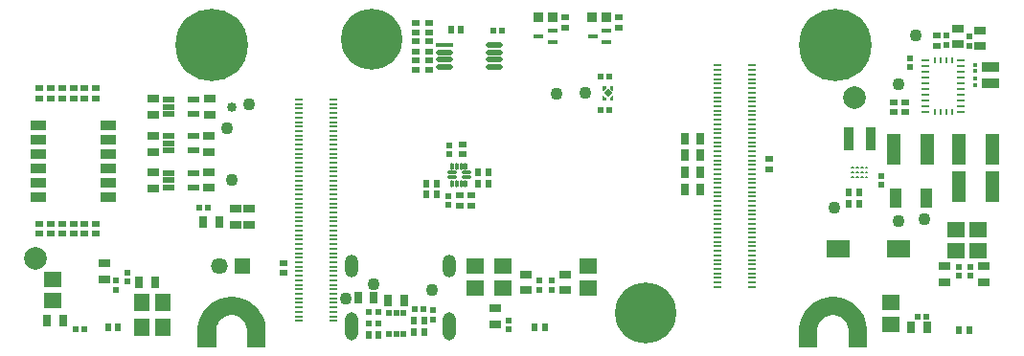
<source format=gts>
G04*
G04 #@! TF.GenerationSoftware,Altium Limited,Altium Designer,21.7.2 (23)*
G04*
G04 Layer_Color=8388736*
%FSLAX44Y44*%
%MOMM*%
G71*
G04*
G04 #@! TF.SameCoordinates,7C38C3A3-C4E6-443E-8540-10D383AE158C*
G04*
G04*
G04 #@! TF.FilePolarity,Negative*
G04*
G01*
G75*
%ADD23R,0.6750X0.2500*%
%ADD24R,0.2500X0.5750*%
%ADD31R,0.1500X0.1500*%
%ADD33R,0.1500X0.1500*%
%ADD46C,0.1650*%
%ADD47R,0.8016X0.2816*%
%ADD48R,0.6516X0.5516*%
%ADD49R,1.0000X0.5000*%
%ADD50R,0.6216X0.6216*%
%ADD51R,1.0016X0.8016*%
%ADD52R,0.4216X0.4616*%
%ADD53R,1.2516X2.8016*%
%ADD54R,0.9016X2.1016*%
%ADD55R,0.5516X0.6516*%
%ADD56R,1.6016X1.4016*%
%ADD57R,0.6216X0.6216*%
%ADD58R,0.8016X1.0016*%
%ADD59P,0.8202X4X360.0*%
%ADD60R,0.9016X0.9016*%
%ADD61O,1.5000X0.4500*%
%ADD62R,1.5000X0.4500*%
G04:AMPARAMS|DCode=63|XSize=0.3mm|YSize=0.6mm|CornerRadius=0.1mm|HoleSize=0mm|Usage=FLASHONLY|Rotation=0.000|XOffset=0mm|YOffset=0mm|HoleType=Round|Shape=RoundedRectangle|*
%AMROUNDEDRECTD63*
21,1,0.3000,0.4000,0,0,0.0*
21,1,0.1000,0.6000,0,0,0.0*
1,1,0.2000,0.0500,-0.2000*
1,1,0.2000,-0.0500,-0.2000*
1,1,0.2000,-0.0500,0.2000*
1,1,0.2000,0.0500,0.2000*
%
%ADD63ROUNDEDRECTD63*%
G04:AMPARAMS|DCode=64|XSize=0.3mm|YSize=0.8mm|CornerRadius=0.1mm|HoleSize=0mm|Usage=FLASHONLY|Rotation=270.000|XOffset=0mm|YOffset=0mm|HoleType=Round|Shape=RoundedRectangle|*
%AMROUNDEDRECTD64*
21,1,0.3000,0.6000,0,0,270.0*
21,1,0.1000,0.8000,0,0,270.0*
1,1,0.2000,-0.3000,-0.0500*
1,1,0.2000,-0.3000,0.0500*
1,1,0.2000,0.3000,0.0500*
1,1,0.2000,0.3000,-0.0500*
%
%ADD64ROUNDEDRECTD64*%
%ADD65R,0.5016X0.6016*%
%ADD66C,1.1016*%
%ADD67C,0.8516*%
%ADD68R,1.5016X0.8516*%
%ADD69R,1.4016X1.6016*%
%ADD70R,1.0516X1.8016*%
%ADD71R,1.3516X0.8616*%
%ADD72R,2.1016X1.6016*%
%ADD73R,0.8116X0.4016*%
%ADD74C,2.0000*%
%ADD75O,1.2000X2.0000*%
%ADD76O,1.2000X2.5000*%
%ADD77C,5.4000*%
%ADD78C,1.4696*%
%ADD79R,1.4696X1.4696*%
%ADD80C,6.4016*%
%ADD81C,0.6080*%
G36*
X531898Y231593D02*
X531992Y231564D01*
X532079Y231518D01*
X532155Y231455D01*
X532218Y231379D01*
X532264Y231292D01*
X532293Y231198D01*
X532302Y231100D01*
Y227500D01*
X532293Y227402D01*
X532264Y227308D01*
X532218Y227221D01*
X532155Y227145D01*
X532079Y227082D01*
X531992Y227036D01*
X531898Y227007D01*
X531800Y226998D01*
X531500D01*
X531500Y226998D01*
X531411Y227006D01*
X531402Y227007D01*
X531308Y227036D01*
X531221Y227082D01*
X531179Y227117D01*
X531145Y227145D01*
X531145Y227145D01*
X529345Y228945D01*
X529282Y229021D01*
X529236Y229108D01*
X529229Y229130D01*
X529207Y229202D01*
X529202Y229251D01*
X529198Y229300D01*
X529198Y229300D01*
Y231100D01*
X529207Y231198D01*
X529236Y231292D01*
X529282Y231379D01*
X529345Y231455D01*
X529421Y231518D01*
X529508Y231564D01*
X529602Y231593D01*
X529700Y231602D01*
X531800D01*
X531898Y231593D01*
D02*
G37*
G36*
X525398D02*
X525492Y231564D01*
X525579Y231518D01*
X525655Y231455D01*
X525718Y231379D01*
X525764Y231292D01*
X525793Y231198D01*
X525802Y231100D01*
Y229300D01*
X525802Y229300D01*
X525798Y229251D01*
X525793Y229202D01*
X525771Y229130D01*
X525764Y229108D01*
X525718Y229021D01*
X525655Y228945D01*
X523855Y227145D01*
X523855Y227145D01*
X523821Y227117D01*
X523779Y227082D01*
X523692Y227036D01*
X523598Y227007D01*
X523589Y227006D01*
X523500Y226998D01*
X523500Y226998D01*
X523200D01*
X523102Y227007D01*
X523008Y227036D01*
X522921Y227082D01*
X522845Y227145D01*
X522782Y227221D01*
X522736Y227308D01*
X522707Y227402D01*
X522698Y227500D01*
Y231100D01*
X522707Y231198D01*
X522736Y231292D01*
X522782Y231379D01*
X522845Y231455D01*
X522921Y231518D01*
X523008Y231564D01*
X523102Y231593D01*
X523200Y231602D01*
X525300D01*
X525398Y231593D01*
D02*
G37*
G36*
X531898Y222993D02*
X531992Y222964D01*
X532079Y222918D01*
X532155Y222855D01*
X532218Y222779D01*
X532264Y222692D01*
X532293Y222598D01*
X532302Y222500D01*
Y218900D01*
X532293Y218802D01*
X532264Y218708D01*
X532218Y218621D01*
X532155Y218545D01*
X532079Y218482D01*
X531992Y218436D01*
X531898Y218407D01*
X531800Y218398D01*
X529700D01*
X529602Y218407D01*
X529508Y218436D01*
X529421Y218482D01*
X529345Y218545D01*
X529282Y218621D01*
X529236Y218708D01*
X529207Y218802D01*
X529198Y218900D01*
Y220700D01*
X529198Y220700D01*
X529202Y220749D01*
X529207Y220798D01*
X529229Y220870D01*
X529236Y220892D01*
X529282Y220979D01*
X529314Y221017D01*
X529345Y221055D01*
X529345Y221055D01*
X531145Y222855D01*
X531145Y222855D01*
X531221Y222918D01*
X531308Y222964D01*
X531330Y222971D01*
X531402Y222993D01*
X531500Y223002D01*
X531800D01*
X531898Y222993D01*
D02*
G37*
G36*
X523598D02*
X523670Y222971D01*
X523692Y222964D01*
X523779Y222918D01*
X523855Y222855D01*
X523855Y222855D01*
X525655Y221055D01*
X525655Y221055D01*
X525686Y221017D01*
X525718Y220979D01*
X525764Y220892D01*
X525771Y220870D01*
X525793Y220798D01*
X525798Y220749D01*
X525802Y220700D01*
X525802Y220700D01*
Y218900D01*
X525793Y218802D01*
X525764Y218708D01*
X525718Y218621D01*
X525655Y218545D01*
X525579Y218482D01*
X525492Y218436D01*
X525398Y218407D01*
X525300Y218398D01*
X523200D01*
X523102Y218407D01*
X523008Y218436D01*
X522921Y218482D01*
X522845Y218545D01*
X522782Y218621D01*
X522736Y218708D01*
X522707Y218802D01*
X522697Y218900D01*
Y222500D01*
X522707Y222598D01*
X522736Y222692D01*
X522782Y222779D01*
X522845Y222855D01*
X522921Y222918D01*
X523008Y222964D01*
X523102Y222993D01*
X523200Y223002D01*
X523500D01*
X523598Y222993D01*
D02*
G37*
G36*
X732388Y44487D02*
X736183Y43470D01*
X739813Y41967D01*
X743215Y40002D01*
X746332Y37610D01*
X749110Y34832D01*
X751502Y31715D01*
X753467Y28313D01*
X754970Y24683D01*
X755987Y20888D01*
X756500Y16992D01*
Y15028D01*
Y0D01*
X740250D01*
Y15000D01*
X740184Y16348D01*
X739658Y18991D01*
X738626Y21482D01*
X737129Y23723D01*
X735223Y25629D01*
X732982Y27126D01*
X730491Y28158D01*
X727848Y28684D01*
X726500Y28750D01*
X726500D01*
X725152Y28684D01*
X722508Y28158D01*
X720018Y27126D01*
X717777Y25629D01*
X715871Y23723D01*
X714374Y21482D01*
X713342Y18991D01*
X712816Y16348D01*
X712750Y15000D01*
Y0D01*
X696500D01*
Y15028D01*
Y16992D01*
X697013Y20888D01*
X698030Y24683D01*
X699533Y28313D01*
X701498Y31715D01*
X703889Y34832D01*
X706668Y37610D01*
X709785Y40002D01*
X713187Y41967D01*
X716817Y43470D01*
X720612Y44487D01*
X724508Y45000D01*
X728493D01*
X732388Y44487D01*
D02*
G37*
G36*
X200888D02*
X204683Y43470D01*
X208313Y41967D01*
X211715Y40002D01*
X214832Y37610D01*
X217610Y34832D01*
X220002Y31715D01*
X221967Y28313D01*
X223470Y24683D01*
X224487Y20888D01*
X225000Y16992D01*
Y15028D01*
Y0D01*
X208750D01*
Y15000D01*
X208684Y16348D01*
X208158Y18991D01*
X207126Y21482D01*
X205629Y23723D01*
X203723Y25629D01*
X201482Y27126D01*
X198991Y28158D01*
X196348Y28684D01*
X195000Y28750D01*
X195000D01*
X193652Y28684D01*
X191009Y28158D01*
X188518Y27126D01*
X186277Y25629D01*
X184371Y23723D01*
X182874Y21482D01*
X181842Y18991D01*
X181316Y16348D01*
X181250Y15000D01*
Y0D01*
X165000D01*
Y15028D01*
Y16992D01*
X165513Y20888D01*
X166530Y24683D01*
X168033Y28313D01*
X169998Y31715D01*
X172390Y34832D01*
X175168Y37610D01*
X178285Y40002D01*
X181687Y41967D01*
X185317Y43470D01*
X189112Y44487D01*
X193008Y45000D01*
X196992D01*
X200888Y44487D01*
D02*
G37*
D23*
X839602Y253743D02*
D03*
Y208743D02*
D03*
Y213743D02*
D03*
Y218743D02*
D03*
Y223743D02*
D03*
Y228743D02*
D03*
Y238743D02*
D03*
Y243743D02*
D03*
X808352Y253743D02*
D03*
Y248743D02*
D03*
Y243743D02*
D03*
Y238743D02*
D03*
Y228743D02*
D03*
Y223743D02*
D03*
Y218743D02*
D03*
Y213743D02*
D03*
Y208743D02*
D03*
X839602Y248743D02*
D03*
Y233743D02*
D03*
X808352D02*
D03*
D24*
X816477Y208118D02*
D03*
X821477D02*
D03*
X826477D02*
D03*
X831477D02*
D03*
X821477Y254368D02*
D03*
X816477D02*
D03*
X826477D02*
D03*
X831477D02*
D03*
D31*
X524200Y230100D02*
D03*
Y219900D02*
D03*
X530800Y230100D02*
D03*
D33*
Y219900D02*
D03*
D46*
X744825Y155000D02*
X743175D01*
X744825D01*
X748825D02*
X747175D01*
X748825D01*
X752825D02*
X751175D01*
X752825D01*
X756825D02*
X755175D01*
X756825D01*
X744825Y151000D02*
X743175D01*
X744825D01*
X748825D02*
X747175D01*
X748825D01*
X752825D02*
X751175D01*
X752825D01*
X756825D02*
X755175D01*
X756825D01*
X744825Y159000D02*
X743175D01*
X744825D01*
X748825D02*
X747175D01*
X748825D01*
X752825D02*
X751175D01*
X752825D01*
X756825D02*
X755175D01*
X756825D01*
D47*
X654950Y121500D02*
D03*
Y249500D02*
D03*
X624150D02*
D03*
X654950Y245500D02*
D03*
X624150D02*
D03*
X654950Y241500D02*
D03*
X624150D02*
D03*
X654950Y237500D02*
D03*
X624150D02*
D03*
X654950Y233500D02*
D03*
X624150D02*
D03*
X654950Y229500D02*
D03*
X624150D02*
D03*
X654950Y225500D02*
D03*
X624150D02*
D03*
X654950Y221500D02*
D03*
X624150D02*
D03*
X654950Y217500D02*
D03*
X624150D02*
D03*
X654950Y213500D02*
D03*
X624150D02*
D03*
X654950Y209500D02*
D03*
X624150D02*
D03*
X654950Y205500D02*
D03*
X624150D02*
D03*
Y201500D02*
D03*
X654950D02*
D03*
Y197500D02*
D03*
X624150D02*
D03*
X654950Y193500D02*
D03*
X624150D02*
D03*
X654950Y189500D02*
D03*
X624150D02*
D03*
X654950Y185500D02*
D03*
X624150D02*
D03*
Y181500D02*
D03*
X654950D02*
D03*
Y177500D02*
D03*
X624150D02*
D03*
Y173500D02*
D03*
X654950D02*
D03*
X624150Y169500D02*
D03*
X654950D02*
D03*
X624150Y165500D02*
D03*
X654950D02*
D03*
X624150Y161500D02*
D03*
X654950D02*
D03*
X624150Y157500D02*
D03*
X654950D02*
D03*
Y153500D02*
D03*
X624150D02*
D03*
Y149500D02*
D03*
X654950D02*
D03*
X624150Y145500D02*
D03*
X654950D02*
D03*
X624150Y141500D02*
D03*
X654950D02*
D03*
X624150Y137500D02*
D03*
X654950D02*
D03*
Y133500D02*
D03*
X624150D02*
D03*
Y129500D02*
D03*
X654950D02*
D03*
Y125500D02*
D03*
X624150D02*
D03*
Y121500D02*
D03*
X654950Y117500D02*
D03*
X624150D02*
D03*
Y113500D02*
D03*
X654950D02*
D03*
Y109500D02*
D03*
X624150D02*
D03*
X654950Y105500D02*
D03*
X624150D02*
D03*
Y101500D02*
D03*
X654950D02*
D03*
Y97500D02*
D03*
X624150D02*
D03*
X654950Y93500D02*
D03*
X624150D02*
D03*
Y89500D02*
D03*
X654950D02*
D03*
Y85500D02*
D03*
X624150D02*
D03*
X654950Y81500D02*
D03*
X624150D02*
D03*
X654950Y77500D02*
D03*
X624150D02*
D03*
X654950Y73500D02*
D03*
X624150D02*
D03*
X654950Y69500D02*
D03*
X624150D02*
D03*
X654950Y65500D02*
D03*
X624150D02*
D03*
Y61500D02*
D03*
X654950D02*
D03*
Y57500D02*
D03*
X624150D02*
D03*
X654950Y53500D02*
D03*
X624150D02*
D03*
X254200Y23500D02*
D03*
X285000D02*
D03*
X254200Y27500D02*
D03*
X285000D02*
D03*
Y31500D02*
D03*
X254200D02*
D03*
Y35500D02*
D03*
X285000D02*
D03*
X254200Y39500D02*
D03*
X285000D02*
D03*
X254200Y43500D02*
D03*
X285000D02*
D03*
X254200Y47500D02*
D03*
X285000D02*
D03*
X254200Y51500D02*
D03*
X285000D02*
D03*
X254200Y55500D02*
D03*
X285000D02*
D03*
Y59500D02*
D03*
X254200D02*
D03*
Y63500D02*
D03*
X285000D02*
D03*
X254200Y67500D02*
D03*
X285000D02*
D03*
Y71500D02*
D03*
X254200D02*
D03*
Y75500D02*
D03*
X285000D02*
D03*
X254200Y79500D02*
D03*
X285000D02*
D03*
Y83500D02*
D03*
X254200D02*
D03*
Y87500D02*
D03*
X285000D02*
D03*
X254200Y91500D02*
D03*
X285000D02*
D03*
X254200Y95500D02*
D03*
X285000D02*
D03*
Y99500D02*
D03*
X254200D02*
D03*
Y103500D02*
D03*
X285000D02*
D03*
Y107500D02*
D03*
X254200D02*
D03*
X285000Y111500D02*
D03*
X254200D02*
D03*
X285000Y115500D02*
D03*
X254200D02*
D03*
X285000Y119500D02*
D03*
X254200D02*
D03*
Y123500D02*
D03*
X285000D02*
D03*
Y127500D02*
D03*
X254200D02*
D03*
X285000Y131500D02*
D03*
X254200D02*
D03*
X285000Y135500D02*
D03*
X254200D02*
D03*
X285000Y139500D02*
D03*
X254200D02*
D03*
X285000Y143500D02*
D03*
X254200D02*
D03*
Y147500D02*
D03*
X285000D02*
D03*
Y151500D02*
D03*
X254200D02*
D03*
Y155500D02*
D03*
X285000D02*
D03*
X254200Y159500D02*
D03*
X285000D02*
D03*
X254200Y163500D02*
D03*
X285000D02*
D03*
X254200Y167500D02*
D03*
X285000D02*
D03*
Y171500D02*
D03*
X254200D02*
D03*
Y175500D02*
D03*
X285000D02*
D03*
X254200Y179500D02*
D03*
X285000D02*
D03*
X254200Y183500D02*
D03*
X285000D02*
D03*
X254200Y187500D02*
D03*
X285000D02*
D03*
X254200Y191500D02*
D03*
X285000D02*
D03*
X254200Y195500D02*
D03*
X285000D02*
D03*
X254200Y199500D02*
D03*
X285000D02*
D03*
X254200Y203500D02*
D03*
X285000D02*
D03*
X254200Y207500D02*
D03*
X285000D02*
D03*
X254200Y211500D02*
D03*
X285000D02*
D03*
X254200Y215500D02*
D03*
X285000D02*
D03*
X254200Y219500D02*
D03*
X285000D02*
D03*
D48*
X357750Y245250D02*
D03*
Y254250D02*
D03*
Y270750D02*
D03*
Y261750D02*
D03*
Y287500D02*
D03*
Y278500D02*
D03*
X369500Y254250D02*
D03*
Y245250D02*
D03*
Y262000D02*
D03*
Y271000D02*
D03*
Y278500D02*
D03*
Y287500D02*
D03*
X780000Y208000D02*
D03*
Y217000D02*
D03*
X790000Y208000D02*
D03*
Y217000D02*
D03*
X818322Y267171D02*
D03*
Y276171D02*
D03*
X537500Y292000D02*
D03*
Y283000D02*
D03*
X490000Y292000D02*
D03*
Y283000D02*
D03*
X399000Y170750D02*
D03*
Y179750D02*
D03*
X396500Y134750D02*
D03*
Y125750D02*
D03*
X406500Y134750D02*
D03*
Y125750D02*
D03*
X240750Y74750D02*
D03*
Y65750D02*
D03*
X75000Y109500D02*
D03*
Y100500D02*
D03*
Y220500D02*
D03*
Y229500D02*
D03*
X65000Y220500D02*
D03*
Y229500D02*
D03*
X55000Y220500D02*
D03*
Y229500D02*
D03*
X45000Y220500D02*
D03*
Y229500D02*
D03*
X35000Y220500D02*
D03*
Y229500D02*
D03*
X25000Y220500D02*
D03*
Y229500D02*
D03*
X65000Y109500D02*
D03*
Y100500D02*
D03*
X55000Y109500D02*
D03*
Y100500D02*
D03*
X45000D02*
D03*
Y109500D02*
D03*
X35000Y100500D02*
D03*
Y109500D02*
D03*
X25000Y100500D02*
D03*
Y109500D02*
D03*
X670000Y167000D02*
D03*
Y158000D02*
D03*
D49*
X139143Y147962D02*
D03*
Y154462D02*
D03*
Y141462D02*
D03*
X161143Y154462D02*
D03*
Y141462D02*
D03*
X139500Y213000D02*
D03*
Y219500D02*
D03*
X161500D02*
D03*
X139500Y206500D02*
D03*
X161500D02*
D03*
X160999Y174250D02*
D03*
Y187250D02*
D03*
X138999Y174250D02*
D03*
Y187250D02*
D03*
Y180750D02*
D03*
D50*
X794801Y247935D02*
D03*
Y255935D02*
D03*
X826727Y267793D02*
D03*
Y275793D02*
D03*
X846750Y267000D02*
D03*
Y275000D02*
D03*
X769000Y143750D02*
D03*
Y151750D02*
D03*
X837500Y71500D02*
D03*
Y63500D02*
D03*
X847500Y71500D02*
D03*
Y63500D02*
D03*
X387500Y171000D02*
D03*
Y179000D02*
D03*
X386500Y134250D02*
D03*
Y126250D02*
D03*
X477500Y59000D02*
D03*
Y51000D02*
D03*
X467000Y59000D02*
D03*
Y51000D02*
D03*
X373000Y32750D02*
D03*
Y24750D02*
D03*
X92500Y59000D02*
D03*
Y51000D02*
D03*
X102500Y66500D02*
D03*
Y58500D02*
D03*
X440000Y24000D02*
D03*
Y16000D02*
D03*
D51*
X836727Y268293D02*
D03*
Y282293D02*
D03*
X856750Y266500D02*
D03*
Y280500D02*
D03*
X825000Y72000D02*
D03*
Y58000D02*
D03*
X860000Y72000D02*
D03*
Y58000D02*
D03*
X490000Y64500D02*
D03*
Y50500D02*
D03*
X455000Y64500D02*
D03*
Y50500D02*
D03*
X427500Y34500D02*
D03*
Y20500D02*
D03*
X125500Y220000D02*
D03*
Y206000D02*
D03*
X175500Y220000D02*
D03*
Y206000D02*
D03*
X125892Y186889D02*
D03*
Y172889D02*
D03*
X125893Y154962D02*
D03*
Y140962D02*
D03*
X174874Y155312D02*
D03*
Y141312D02*
D03*
X210443Y122500D02*
D03*
Y108500D02*
D03*
X198705Y122473D02*
D03*
Y108473D02*
D03*
X82500Y74500D02*
D03*
Y60500D02*
D03*
X174643Y187252D02*
D03*
Y173252D02*
D03*
D52*
X852348Y244700D02*
D03*
Y250300D02*
D03*
X852283Y237899D02*
D03*
Y232299D02*
D03*
D53*
X837500Y142500D02*
D03*
X867500D02*
D03*
X837500Y175000D02*
D03*
X867500D02*
D03*
X810000D02*
D03*
X780000D02*
D03*
D54*
X760000Y185000D02*
D03*
X740000D02*
D03*
D55*
X749500Y137500D02*
D03*
X740500D02*
D03*
X847000Y15000D02*
D03*
X838000D02*
D03*
X388653Y281132D02*
D03*
X397653D02*
D03*
X413000Y155000D02*
D03*
X422000D02*
D03*
X413000Y145000D02*
D03*
X422000D02*
D03*
X472000Y17500D02*
D03*
X463000D02*
D03*
X356000Y13750D02*
D03*
X365000D02*
D03*
X365000Y23750D02*
D03*
X356000D02*
D03*
X94500Y17500D02*
D03*
X85500D02*
D03*
X376000Y145250D02*
D03*
X367000D02*
D03*
X325000Y11250D02*
D03*
X316000D02*
D03*
X376000Y135250D02*
D03*
X367000D02*
D03*
X740500Y127500D02*
D03*
X749500D02*
D03*
D56*
X855000Y104500D02*
D03*
Y85500D02*
D03*
X777500Y39500D02*
D03*
Y20500D02*
D03*
X510000Y72000D02*
D03*
Y53000D02*
D03*
X410000Y72000D02*
D03*
Y53000D02*
D03*
X435000Y72000D02*
D03*
Y53000D02*
D03*
X36750Y60500D02*
D03*
Y41500D02*
D03*
X835000Y104500D02*
D03*
Y85500D02*
D03*
D57*
X801000Y27500D02*
D03*
X809000D02*
D03*
X521000Y240000D02*
D03*
X529000D02*
D03*
X356500Y33750D02*
D03*
X364500D02*
D03*
X324500Y21250D02*
D03*
X316500D02*
D03*
X324500Y31250D02*
D03*
X316500D02*
D03*
X166250Y123500D02*
D03*
X174250D02*
D03*
X56750Y16500D02*
D03*
X64750D02*
D03*
X521000Y210000D02*
D03*
X529000D02*
D03*
X426000Y280000D02*
D03*
X434000D02*
D03*
D58*
X609500Y140000D02*
D03*
X595500D02*
D03*
X609500Y155000D02*
D03*
X595500D02*
D03*
X595500Y170000D02*
D03*
X609500D02*
D03*
X595500Y185000D02*
D03*
X609500D02*
D03*
X333500Y41250D02*
D03*
X347500D02*
D03*
X320750Y44500D02*
D03*
X306750D02*
D03*
X31750Y23500D02*
D03*
X45750D02*
D03*
X127000Y57500D02*
D03*
X113000D02*
D03*
X795500Y17500D02*
D03*
X809500D02*
D03*
X170000Y111250D02*
D03*
X184000D02*
D03*
D59*
X527500Y225000D02*
D03*
D60*
X526250Y292500D02*
D03*
X513750D02*
D03*
X478750D02*
D03*
X466250D02*
D03*
D61*
X427250Y248250D02*
D03*
Y254750D02*
D03*
Y261250D02*
D03*
Y267750D02*
D03*
X383250Y248250D02*
D03*
Y254750D02*
D03*
Y261250D02*
D03*
D62*
Y267750D02*
D03*
D63*
X394000Y160250D02*
D03*
X402000D02*
D03*
Y145250D02*
D03*
X398000D02*
D03*
X394000D02*
D03*
X390000D02*
D03*
Y160250D02*
D03*
X398000D02*
D03*
D64*
X402500Y154749D02*
D03*
Y150749D02*
D03*
X389500D02*
D03*
Y154749D02*
D03*
D65*
X334000Y11750D02*
D03*
X340500D02*
D03*
Y30750D02*
D03*
X334000D02*
D03*
X347000Y11750D02*
D03*
Y30750D02*
D03*
D66*
X195500Y148000D02*
D03*
X190500Y194000D02*
D03*
X727750Y123500D02*
D03*
X783997Y233253D02*
D03*
X799250Y276000D02*
D03*
X481750Y224500D02*
D03*
X784750Y112000D02*
D03*
X210750Y215500D02*
D03*
X372000Y51250D02*
D03*
X507500Y225000D02*
D03*
X807000Y113500D02*
D03*
X320750Y56250D02*
D03*
X296250Y43000D02*
D03*
D67*
X195500Y213000D02*
D03*
D68*
X865227Y248393D02*
D03*
Y233793D02*
D03*
D69*
X134500Y17500D02*
D03*
X115500D02*
D03*
X134500Y40000D02*
D03*
X115500D02*
D03*
D70*
X808500Y132500D02*
D03*
X781500D02*
D03*
D71*
X85750Y133250D02*
D03*
Y145950D02*
D03*
Y158650D02*
D03*
Y171350D02*
D03*
Y184050D02*
D03*
Y196750D02*
D03*
X24250Y133250D02*
D03*
Y145950D02*
D03*
Y158650D02*
D03*
Y171350D02*
D03*
Y184050D02*
D03*
Y196750D02*
D03*
D72*
X784750Y87250D02*
D03*
X730750D02*
D03*
D73*
X466400Y275000D02*
D03*
X478600Y280000D02*
D03*
Y270000D02*
D03*
X513900Y275000D02*
D03*
X526100Y280000D02*
D03*
Y270000D02*
D03*
D74*
X21750Y79000D02*
D03*
X745250Y221250D02*
D03*
D75*
X387450Y72150D02*
D03*
X301050D02*
D03*
D76*
X387450Y18550D02*
D03*
X301050D02*
D03*
D77*
X560550Y30499D02*
D03*
X318600Y272499D02*
D03*
D78*
X184000Y72250D02*
D03*
D79*
X204000D02*
D03*
D80*
X177250Y268000D02*
D03*
X728250D02*
D03*
D81*
X539800Y30499D02*
D03*
X581300D02*
D03*
X560550Y9749D02*
D03*
Y51249D02*
D03*
X297850Y272499D02*
D03*
X339350D02*
D03*
X318600Y251749D02*
D03*
Y293249D02*
D03*
M02*

</source>
